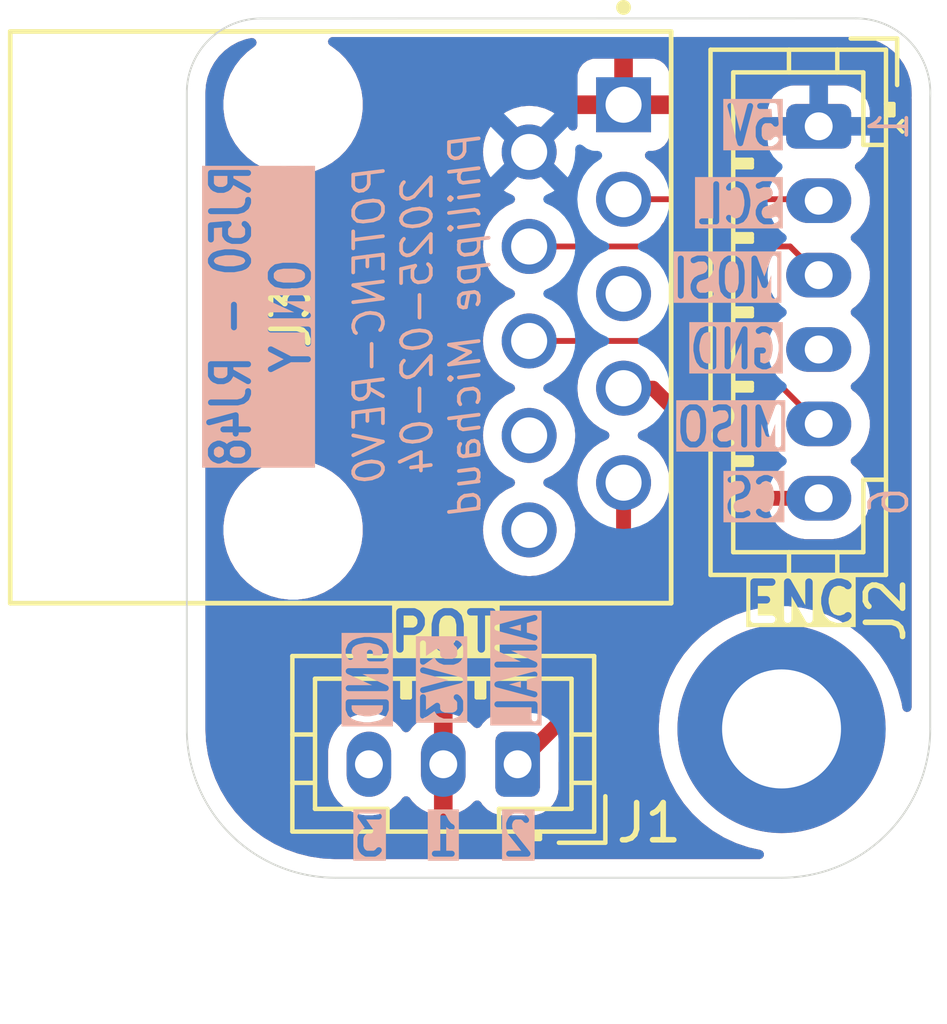
<source format=kicad_pcb>
(kicad_pcb (version 20240108) (generator "pcbnew") (generator_version "8.0")
  (layers (0 "F.Cu" signal) (1 "In1.Cu" signal) (2 "In2.Cu" signal) (31 "B.Cu" signal) (34 "B.Paste" user) (35 "F.Paste" user) (36 "B.SilkS" user "B.Silkscreen") (37 "F.SilkS" user "F.Silkscreen") (38 "B.Mask" user) (39 "F.Mask" user) (44 "Edge.Cuts" user))
  (net 0 "")
  (net 1 "/board/POT_ANAL")
  (net 2 "+3.3V")
  (net 3 "GND")
  (net 4 "+5V")
  (net 5 "/board/CUI_MOSI")
  (net 6 "/board/CUI_SCLK")
  (net 7 "/board/CUI_CS")
  (net 8 "/board/CUI_MISO")
  (footprint "RoverFootprint:RJ50-SS-641010-A-NF-A111" (layer "F.Cu") (at 43.531 40.745 -90)
    (property "Reference" "J3" (at -0.035 0.06 90) (layer "F.SilkS"))
    (property "Value" "RJ50-SS-641010-A-NF-A111")
    (fp_line (start -7.685 7.61) (end 7.685 7.61) (stroke (width 0.127)) (layer "F.SilkS"))
    (fp_line (start 7.685 7.61) (end 7.685 -10.17) (stroke (width 0.127)) (layer "F.SilkS"))
    (fp_line (start -7.685 -10.17) (end -7.685 7.61) (stroke (width 0.127)) (layer "F.SilkS"))
    (fp_line (start 7.685 -10.17) (end -7.685 -10.17) (stroke (width 0.127)) (layer "F.SilkS"))
    (fp_circle (center -8.331 -8.89) (end -8.231 -8.89) (stroke (width 0.2)) (fill none) (layer "F.SilkS"))
    (pad "" np_thru_hole circle (at -5.715 0 270) (size 3.25 3.25) (drill 3.25) (layers "*.Cu" "*.Mask"))
    (pad "" np_thru_hole circle (at 5.715 0 270) (size 3.25 3.25) (drill 3.25) (layers "*.Cu" "*.Mask"))
    (pad "1" thru_hole rect (at -5.715 -8.89 270) (size 1.478 1.478) (drill 0.97) (layers "*.Cu" "*.Mask") (net 2 "+3.3V"))
    (pad "2" thru_hole circle (at -4.445 -6.35 270) (size 1.478 1.478) (drill 0.97) (layers "*.Cu" "*.Mask") (net 4 "+5V"))
    (pad "3" thru_hole circle (at -3.175 -8.89 270) (size 1.478 1.478) (drill 0.97) (layers "*.Cu" "*.Mask") (net 6 "/board/CUI_SCLK"))
    (pad "4" thru_hole circle (at -1.905 -6.35 270) (size 1.478 1.478) (drill 0.97) (layers "*.Cu" "*.Mask") (net 5 "/board/CUI_MOSI"))
    (pad "5" thru_hole circle (at -0.635 -8.89 270) (size 1.478 1.478) (drill 0.97) (layers "*.Cu" "*.Mask") (net 3 "GND"))
    (pad "6" thru_hole circle (at 0.635 -6.35 270) (size 1.478 1.478) (drill 0.97) (layers "*.Cu" "*.Mask") (net 8 "/board/CUI_MISO"))
    (pad "7" thru_hole circle (at 1.905 -8.89 270) (size 1.478 1.478) (drill 0.97) (layers "*.Cu" "*.Mask") (net 7 "/board/CUI_CS"))
    (pad "8" thru_hole circle (at 3.175 -6.35 270) (size 1.478 1.478) (drill 0.97) (layers "*.Cu" "*.Mask"))
    (pad "9" thru_hole circle (at 4.445 -8.89 270) (size 1.478 1.478) (drill 0.97) (layers "*.Cu" "*.Mask") (net 1 "/board/POT_ANAL"))
    (pad "10" thru_hole circle (at 5.715 -6.35 270) (size 1.478 1.478) (drill 0.97) (layers "*.Cu" "*.Mask") (net 3 "GND"))
  )
  (footprint "Connector_JST:JST_PH_B3B-PH-K_1x03_P2.00mm_Vertical" (layer "F.Cu") (at 49.571 52.76 180)
    (property "Reference" "J1" (at -3.535 -1.575 0) (layer "F.SilkS"))
    (property "Value" "POT" (hide yes))
    (fp_line (start 6.06 2.91) (end 6.06 -1.81) (stroke (width 0.12)) (layer "F.SilkS"))
    (fp_line (start 6.06 0.8) (end 5.45 0.8) (stroke (width 0.12)) (layer "F.SilkS"))
    (fp_line (start 6.06 -0.5) (end 5.45 -0.5) (stroke (width 0.12)) (layer "F.SilkS"))
    (fp_line (start 6.06 -1.81) (end -2.06 -1.81) (stroke (width 0.12)) (layer "F.SilkS"))
    (fp_line (start 5.45 2.3) (end 5.45 -1.2) (stroke (width 0.12)) (layer "F.SilkS"))
    (fp_line (start 5.45 -1.2) (end 3.5 -1.2) (stroke (width 0.12)) (layer "F.SilkS"))
    (fp_line (start 3.5 -1.2) (end 3.5 -1.81) (stroke (width 0.12)) (layer "F.SilkS"))
    (fp_line (start 3.1 1.8) (end 3.1 2.3) (stroke (width 0.12)) (layer "F.SilkS"))
    (fp_line (start 3 2.3) (end 3 1.8) (stroke (width 0.12)) (layer "F.SilkS"))
    (fp_line (start 2.9 2.3) (end 2.9 1.8) (stroke (width 0.12)) (layer "F.SilkS"))
    (fp_line (start 2.9 1.8) (end 3.1 1.8) (stroke (width 0.12)) (layer "F.SilkS"))
    (fp_line (start 1.1 1.8) (end 1.1 2.3) (stroke (width 0.12)) (layer "F.SilkS"))
    (fp_line (start 1 2.3) (end 1 1.8) (stroke (width 0.12)) (layer "F.SilkS"))
    (fp_line (start 0.9 2.3) (end 0.9 1.8) (stroke (width 0.12)) (layer "F.SilkS"))
    (fp_line (start 0.9 1.8) (end 1.1 1.8) (stroke (width 0.12)) (layer "F.SilkS"))
    (fp_line (start 0.5 -1.2) (end -1.45 -1.2) (stroke (width 0.12)) (layer "F.SilkS"))
    (fp_line (start 0.5 -1.81) (end 0.5 -1.2) (stroke (width 0.12)) (layer "F.SilkS"))
    (fp_line (start -0.3 -1.81) (end -0.3 -2.01) (stroke (width 0.12)) (layer "F.SilkS"))
    (fp_line (start -0.3 -1.91) (end -0.6 -1.91) (stroke (width 0.12)) (layer "F.SilkS"))
    (fp_line (start -0.3 -2.01) (end -0.6 -2.01) (stroke (width 0.12)) (layer "F.SilkS"))
    (fp_line (start -0.6 -2.01) (end -0.6 -1.81) (stroke (width 0.12)) (layer "F.SilkS"))
    (fp_line (start -1.11 -2.11) (end -2.36 -2.11) (stroke (width 0.12)) (layer "F.SilkS"))
    (fp_line (start -1.45 2.3) (end 5.45 2.3) (stroke (width 0.12)) (layer "F.SilkS"))
    (fp_line (start -1.45 -1.2) (end -1.45 2.3) (stroke (width 0.12)) (layer "F.SilkS"))
    (fp_line (start -2.06 2.91) (end 6.06 2.91) (stroke (width 0.12)) (layer "F.SilkS"))
    (fp_line (start -2.06 0.8) (end -1.45 0.8) (stroke (width 0.12)) (layer "F.SilkS"))
    (fp_line (start -2.06 -0.5) (end -1.45 -0.5) (stroke (width 0.12)) (layer "F.SilkS"))
    (fp_line (start -2.06 -1.81) (end -2.06 2.91) (stroke (width 0.12)) (layer "F.SilkS"))
    (fp_line (start -2.36 -2.11) (end -2.36 -0.86) (stroke (width 0.12)) (layer "F.SilkS"))
    (pad "1" thru_hole roundrect (at 0 0 180) (size 1.2 1.75) (drill 0.75) (layers "*.Cu" "*.Mask") (roundrect_rratio 0.208333) (net 1 "/board/POT_ANAL"))
    (pad "2" thru_hole oval (at 2 0 180) (size 1.2 1.75) (drill 0.75) (layers "*.Cu" "*.Mask") (net 2 "+3.3V"))
    (pad "3" thru_hole oval (at 4 0 180) (size 1.2 1.75) (drill 0.75) (layers "*.Cu" "*.Mask") (net 3 "GND"))
  )
  (footprint "Connector_JST:JST_PH_B6B-PH-K_1x06_P2.00mm_Vertical" (layer "F.Cu") (at 57.671 35.61 -90)
    (property "Reference" "J2" (at 13 -1.8 90) (layer "F.SilkS"))
    (property "Value" "Conn_01x06_Socket")
    (fp_line (start -2.06 2.91) (end 12.06 2.91) (stroke (width 0.12)) (layer "F.SilkS"))
    (fp_line (start 12.06 2.91) (end 12.06 -1.81) (stroke (width 0.12)) (layer "F.SilkS"))
    (fp_line (start -1.45 2.3) (end 11.45 2.3) (stroke (width 0.12)) (layer "F.SilkS"))
    (fp_line (start 0.9 2.3) (end 0.9 1.8) (stroke (width 0.12)) (layer "F.SilkS"))
    (fp_line (start 1 2.3) (end 1 1.8) (stroke (width 0.12)) (layer "F.SilkS"))
    (fp_line (start 2.9 2.3) (end 2.9 1.8) (stroke (width 0.12)) (layer "F.SilkS"))
    (fp_line (start 3 2.3) (end 3 1.8) (stroke (width 0.12)) (layer "F.SilkS"))
    (fp_line (start 4.9 2.3) (end 4.9 1.8) (stroke (width 0.12)) (layer "F.SilkS"))
    (fp_line (start 5 2.3) (end 5 1.8) (stroke (width 0.12)) (layer "F.SilkS"))
    (fp_line (start 6.9 2.3) (end 6.9 1.8) (stroke (width 0.12)) (layer "F.SilkS"))
    (fp_line (start 7 2.3) (end 7 1.8) (stroke (width 0.12)) (layer "F.SilkS"))
    (fp_line (start 8.9 2.3) (end 8.9 1.8) (stroke (width 0.12)) (layer "F.SilkS"))
    (fp_line (start 9 2.3) (end 9 1.8) (stroke (width 0.12)) (layer "F.SilkS"))
    (fp_line (start 11.45 2.3) (end 11.45 -1.2) (stroke (width 0.12)) (layer "F.SilkS"))
    (fp_line (start 0.9 1.8) (end 1.1 1.8) (stroke (width 0.12)) (layer "F.SilkS"))
    (fp_line (start 1.1 1.8) (end 1.1 2.3) (stroke (width 0.12)) (layer "F.SilkS"))
    (fp_line (start 2.9 1.8) (end 3.1 1.8) (stroke (width 0.12)) (layer "F.SilkS"))
    (fp_line (start 3.1 1.8) (end 3.1 2.3) (stroke (width 0.12)) (layer "F.SilkS"))
    (fp_line (start 4.9 1.8) (end 5.1 1.8) (stroke (width 0.12)) (layer "F.SilkS"))
    (fp_line (start 5.1 1.8) (end 5.1 2.3) (stroke (width 0.12)) (layer "F.SilkS"))
    (fp_line (start 6.9 1.8) (end 7.1 1.8) (stroke (width 0.12)) (layer "F.SilkS"))
    (fp_line (start 7.1 1.8) (end 7.1 2.3) (stroke (width 0.12)) (layer "F.SilkS"))
    (fp_line (start 8.9 1.8) (end 9.1 1.8) (stroke (width 0.12)) (layer "F.SilkS"))
    (fp_line (start 9.1 1.8) (end 9.1 2.3) (stroke (width 0.12)) (layer "F.SilkS"))
    (fp_line (start -2.06 0.8) (end -1.45 0.8) (stroke (width 0.12)) (layer "F.SilkS"))
    (fp_line (start 12.06 0.8) (end 11.45 0.8) (stroke (width 0.12)) (layer "F.SilkS"))
    (fp_line (start -2.06 -0.5) (end -1.45 -0.5) (stroke (width 0.12)) (layer "F.SilkS"))
    (fp_line (start 12.06 -0.5) (end 11.45 -0.5) (stroke (width 0.12)) (layer "F.SilkS"))
    (fp_line (start -1.45 -1.2) (end -1.45 2.3) (stroke (width 0.12)) (layer "F.SilkS"))
    (fp_line (start 0.5 -1.2) (end -1.45 -1.2) (stroke (width 0.12)) (layer "F.SilkS"))
    (fp_line (start 9.5 -1.2) (end 9.5 -1.81) (stroke (width 0.12)) (layer "F.SilkS"))
    (fp_line (start 11.45 -1.2) (end 9.5 -1.2) (stroke (width 0.12)) (layer "F.SilkS"))
    (fp_line (start -2.06 -1.81) (end -2.06 2.91) (stroke (width 0.12)) (layer "F.SilkS"))
    (fp_line (start -0.3 -1.81) (end -0.3 -2.01) (stroke (width 0.12)) (layer "F.SilkS"))
    (fp_line (start 0.5 -1.81) (end 0.5 -1.2) (stroke (width 0.12)) (layer "F.SilkS"))
    (fp_line (start 12.06 -1.81) (end -2.06 -1.81) (stroke (width 0.12)) (layer "F.SilkS"))
    (fp_line (start -0.3 -1.91) (end -0.6 -1.91) (stroke (width 0.12)) (layer "F.SilkS"))
    (fp_line (start -0.6 -2.01) (end -0.6 -1.81) (stroke (width 0.12)) (layer "F.SilkS"))
    (fp_line (start -0.3 -2.01) (end -0.6 -2.01) (stroke (width 0.12)) (layer "F.SilkS"))
    (fp_line (start -2.36 -2.11) (end -2.36 -0.86) (stroke (width 0.12)) (layer "F.SilkS"))
    (fp_line (start -1.11 -2.11) (end -2.36 -2.11) (stroke (width 0.12)) (layer "F.SilkS"))
    (pad "1" thru_hole roundrect (at 0 0 270) (size 1.2 1.75) (drill 0.75) (layers "*.Cu" "*.Mask") (roundrect_rratio 0.208333) (net 4 "+5V"))
    (pad "2" thru_hole oval (at 2 0 270) (size 1.2 1.75) (drill 0.75) (layers "*.Cu" "*.Mask") (net 6 "/board/CUI_SCLK"))
    (pad "3" thru_hole oval (at 4 0 270) (size 1.2 1.75) (drill 0.75) (layers "*.Cu" "*.Mask") (net 5 "/board/CUI_MOSI"))
    (pad "4" thru_hole oval (at 6 0 270) (size 1.2 1.75) (drill 0.75) (layers "*.Cu" "*.Mask") (net 3 "GND"))
    (pad "5" thru_hole oval (at 8 0 270) (size 1.2 1.75) (drill 0.75) (layers "*.Cu" "*.Mask") (net 8 "/board/CUI_MISO"))
    (pad "6" thru_hole oval (at 10 0 270) (size 1.2 1.75) (drill 0.75) (layers "*.Cu" "*.Mask") (net 7 "/board/CUI_CS"))
  )
  (footprint "MountingHole:MountingHole_3.2mm_M3_DIN965_Pad_TopBottom" (layer "F.Cu") (at 56.671 51.81)
    (property "Reference" "H1" (hide yes))
    (property "Value" "~")
    (pad "1" thru_hole circle (at 0 0) (size 3.6 3.6) (drill 3.2) (layers "*.Cu" "*.Mask") (net 3 "GND"))
    (pad "1" connect circle (at 0 0) (size 5.6 5.6) (layers "F.Cu" "F.Mask") (net 3 "GND"))
    (pad "1" connect circle (at 0 0) (size 5.6 5.6) (layers "B.Cu" "B.Mask") (net 3 "GND"))
  )
  (gr_line (start 58.671 32.707502) (end 42.671 32.71) (stroke (width 0.05)) (layer "Edge.Cuts"))
  (gr_arc (start 58.671 32.707502) (mid 60.121905 33.329828) (end 60.671 34.81) (stroke (width 0.05)) (layer "Edge.Cuts"))
  (gr_line (start 44.671 55.81) (end 56.671 55.81) (stroke (width 0.05)) (layer "Edge.Cuts"))
  (gr_line (start 60.671 51.81) (end 60.671 34.81) (stroke (width 0.05)) (layer "Edge.Cuts"))
  (gr_arc (start 44.671 55.81) (mid 41.842573 54.638427) (end 40.671 51.81) (stroke (width 0.05)) (layer "Edge.Cuts"))
  (gr_arc (start 60.671 51.81) (mid 59.499427 54.638427) (end 56.671 55.81) (stroke (width 0.05)) (layer "Edge.Cuts"))
  (gr_arc (start 40.671 34.71) (mid 41.256786 33.295786) (end 42.671 32.71) (stroke (width 0.05)) (layer "Edge.Cuts"))
  (gr_line (start 40.671 34.71) (end 40.671 51.81) (stroke (width 0.05)) (layer "Edge.Cuts"))
  (gr_text "1" (at 47.571 54.71 -0) (layer "B.SilkS" knockout) (effects (font (size 1 0.8) (thickness 0.16) (bold yes)) (justify mirror)))
  (gr_text "MOSI" (at 56.771 39.71 0) (layer "B.SilkS" knockout) (effects (font (size 1 0.8) (thickness 0.16) (bold yes)) (justify left mirror)))
  (gr_text "CS" (at 56.813941 45.61 0) (layer "B.SilkS" knockout) (effects (font (size 1 0.8) (thickness 0.16) (bold yes)) (justify left mirror)))
  (gr_text "GND" (at 56.771 41.61 0) (layer "B.SilkS" knockout) (effects (font (size 1 0.8) (thickness 0.16) (bold yes)) (justify left mirror)))
  (gr_text "5V" (at 56.771 35.61 0) (layer "B.SilkS" knockout) (effects (font (size 1 0.8) (thickness 0.16) (bold yes)) (justify left mirror)))
  (gr_text "6" (at 59.571 45.71 90) (layer "B.SilkS") (effects (font (size 1 0.8) (thickness 0.1)) (justify mirror)))
  (gr_text "ANAL" (at 49.571 51.71 90) (layer "B.SilkS" knockout) (effects (font (size 1 0.8) (thickness 0.16) (bold yes)) (justify right mirror)))
  (gr_text "3V3" (at 47.571 51.71 90) (layer "B.SilkS" knockout) (effects (font (size 1 0.8) (thickness 0.16) (bold yes)) (justify right mirror)))
  (gr_text "2" (at 49.571 54.71 -0) (layer "B.SilkS" knockout) (effects (font (size 1 0.8) (thickness 0.16) (bold yes)) (justify mirror)))
  (gr_text "GND" (at 45.571 51.81 90) (layer "B.SilkS" knockout) (effects (font (size 1 0.8) (thickness 0.16) (bold yes)) (justify right mirror)))
  (gr_text "POTENC-REV0\n2025-02-04\nPhilippe Michaud" (at 46.871 40.91 90) (layer "B.SilkS") (effects (font (size 0.8 0.8) (thickness 0.1) (italic yes)) (justify mirror)))
  (gr_text "1" (at 59.571 35.61 90) (layer "B.SilkS") (effects (font (size 1 0.8) (thickness 0.1)) (justify mirror)))
  (gr_text "RJ50 - RJ48\nONLY" (at 42.671 40.71 90) (layer "B.SilkS" knockout) (effects (font (size 1 0.8) (thickness 0.16) (bold yes)) (justify mirror)))
  (gr_text "SCL" (at 56.771 37.71 0) (layer "B.SilkS" knockout) (effects (font (size 1 0.8) (thickness 0.16) (bold yes)) (justify left mirror)))
  (gr_text "MISO" (at 53.771 43.71 0) (layer "B.SilkS" knockout) (effects (font (size 1 0.8) (thickness 0.16) (bold yes)) (justify right mirror)))
  (gr_text "3" (at 45.571 54.71 -0) (layer "B.SilkS" knockout) (effects (font (size 1 0.8) (thickness 0.16) (bold yes)) (justify mirror)))
  (gr_text "^" (at 60.371 35.61 90) (layer "F.SilkS") (effects (font (size 1 0.8) (thickness 0.1))))
  (gr_text "ENC" (at 57.171 48.41 0) (layer "F.SilkS" knockout) (effects (font (size 1 1) (thickness 0.2) (bold yes))))
  (gr_text "POT" (at 47.571 49.21 0) (layer "F.SilkS" knockout) (effects (font (size 1 1) (thickness 0.2) (bold yes))))
  (segment (start 52.421 45.19) (end 52.421 49.91) (width 0.4) (layer "F.Cu") (net 1))
  (segment (start 52.421 49.91) (end 49.571 52.76) (width 0.4) (layer "F.Cu") (net 1))
  (segment (start 54.432799 38.84) (end 55.237661 38.84) (width 0.1565) (layer "F.Cu") (net 5))
  (segment (start 49.881 38.84) (end 53.232799 38.84) (width 0.1565) (layer "F.Cu") (net 5))
  (segment (start 56.901 38.84) (end 57.671 39.61) (width 0.1565) (layer "F.Cu") (net 5))
  (segment (start 55.237661 38.84) (end 56.901 38.84) (width 0.1565) (layer "F.Cu") (net 5))
  (segment (start 53.712799 38.188452) (end 53.832799 38.188452) (width 0.1565) (layer "F.Cu") (net 5))
  (segment (start 53.472799 38.6) (end 53.472799 38.428452) (width 0.1565) (layer "F.Cu") (net 5))
  (segment (start 54.072799 38.428452) (end 54.072799 38.6) (width 0.1565) (layer "F.Cu") (net 5))
  (segment (start 54.312799 38.84) (end 54.432799 38.84) (width 0.1565) (layer "F.Cu") (net 5))
  (arc (start 53.232799 38.84) (mid 53.402505 38.769706) (end 53.472799 38.6) (width 0.1565) (layer "F.Cu") (net 5))
  (arc (start 53.472799 38.428452) (mid 53.543093 38.258746) (end 53.712799 38.188452) (width 0.1565) (layer "F.Cu") (net 5))
  (arc (start 54.072799 38.6) (mid 54.143093 38.769706) (end 54.312799 38.84) (width 0.1565) (layer "F.Cu") (net 5))
  (arc (start 53.832799 38.188452) (mid 54.002505 38.258746) (end 54.072799 38.428452) (width 0.1565) (layer "F.Cu") (net 5))
  (segment (start 55.290908 37.33) (end 55.290908 37.014457) (width 0.1565) (layer "F.Cu") (net 6))
  (segment (start 55.290908 37.57) (end 55.290908 37.33) (width 0.1565) (layer "F.Cu") (net 6))
  (segment (start 56.806116 37.57) (end 57.631 37.57) (width 0.1565) (layer "F.Cu") (net 6))
  (segment (start 54.690908 37.57) (end 54.690908 38.025539) (width 0.1565) (layer "F.Cu") (net 6))
  (segment (start 54.690908 37.014457) (end 54.690908 37.33) (width 0.1565) (layer "F.Cu") (net 6))
  (segment (start 56.130908 37.57) (end 56.250908 37.57) (width 0.1565) (layer "F.Cu") (net 6))
  (segment (start 52.421 37.57) (end 53.850908 37.57) (width 0.1565) (layer "F.Cu") (net 6))
  (segment (start 56.250908 37.57) (end 56.806116 37.57) (width 0.1565) (layer "F.Cu") (net 6))
  (segment (start 54.930908 38.265539) (end 55.050908 38.265539) (width 0.1565) (layer "F.Cu") (net 6))
  (segment (start 55.290908 38.025539) (end 55.290908 37.57) (width 0.1565) (layer "F.Cu") (net 6))
  (segment (start 55.530908 36.774457) (end 55.650908 36.774457) (width 0.1565) (layer "F.Cu") (net 6))
  (segment (start 57.631 37.57) (end 57.671 37.61) (width 0.1565) (layer "F.Cu") (net 6))
  (segment (start 54.690908 37.33) (end 54.690908 37.57) (width 0.1565) (layer "F.Cu") (net 6))
  (segment (start 54.330908 36.774457) (end 54.450908 36.774457) (width 0.1565) (layer "F.Cu") (net 6))
  (segment (start 55.890908 37.014457) (end 55.890908 37.33) (width 0.1565) (layer "F.Cu") (net 6))
  (segment (start 54.090908 37.33) (end 54.090908 37.014457) (width 0.1565) (layer "F.Cu") (net 6))
  (arc (start 54.690908 38.025539) (mid 54.761202 38.195245) (end 54.930908 38.265539) (width 0.1565) (layer "F.Cu") (net 6))
  (arc (start 54.090908 37.014457) (mid 54.161202 36.844751) (end 54.330908 36.774457) (width 0.1565) (layer "F.Cu") (net 6))
  (arc (start 55.890908 37.33) (mid 55.961202 37.499706) (end 56.130908 37.57) (width 0.1565) (layer "F.Cu") (net 6))
  (arc (start 55.650908 36.774457) (mid 55.820614 36.844751) (end 55.890908 37.014457) (width 0.1565) (layer "F.Cu") (net 6))
  (arc (start 53.850908 37.57) (mid 54.020614 37.499706) (end 54.090908 37.33) (width 0.1565) (layer "F.Cu") (net 6))
  (arc (start 55.050908 38.265539) (mid 55.220614 38.195245) (end 55.290908 38.025539) (width 0.1565) (layer "F.Cu") (net 6))
  (arc (start 54.450908 36.774457) (mid 54.620614 36.844751) (end 54.690908 37.014457) (width 0.1565) (layer "F.Cu") (net 6))
  (arc (start 55.290908 37.014457) (mid 55.361202 36.844751) (end 55.530908 36.774457) (width 0.1565) (layer "F.Cu") (net 6))
  (segment (start 56.171 45.61) (end 57.671 45.61) (width 0.4) (layer "F.Cu") (net 7))
  (segment (start 52.421 42.65) (end 53.211 42.65) (width 0.4) (layer "F.Cu") (net 7))
  (segment (start 53.211 42.65) (end 56.171 45.61) (width 0.4) (layer "F.Cu") (net 7))
  (segment (start 55.086499 41.38) (end 55.441 41.38) (width 0.1565) (layer "F.Cu") (net 8))
  (segment (start 54.737279 41.38) (end 55.086499 41.38) (width 0.1565) (layer "F.Cu") (net 8))
  (segment (start 49.881 41.38) (end 53.886499 41.38) (width 0.1565) (layer "F.Cu") (net 8))
  (segment (start 55.441 41.38) (end 55.541374 41.480374) (width 0.1565) (layer "F.Cu") (net 8))
  (segment (start 55.541374 41.480374) (end 57.671 43.61) (width 0.1565) (layer "F.Cu") (net 8))
  (segment (start 54.137279 41.12922) (end 54.486499 41.12922) (width 0.1565) (layer "F.Cu") (net 8))
  (arc (start 54.611889 41.25461) (mid 54.648615 41.343274) (end 54.737279 41.38) (width 0.1565) (layer "F.Cu") (net 8))
  (arc (start 54.011889 41.25461) (mid 54.048615 41.165946) (end 54.137279 41.12922) (width 0.1565) (layer "F.Cu") (net 8))
  (arc (start 54.486499 41.12922) (mid 54.575163 41.165946) (end 54.611889 41.25461) (width 0.1565) (layer "F.Cu") (net 8))
  (arc (start 53.886499 41.38) (mid 53.975163 41.343274) (end 54.011889 41.25461) (width 0.1565) (layer "F.Cu") (net 8))
  (zone (net 2) (net_name "+3.3V") (layer "F.Cu") (connect_pads (clearance 0.5)) (min_thickness 0.25) (fill yes (thermal_gap 0.5) (thermal_bridge_width 0.5))
    (polygon (pts (xy 60.671 32.71) (xy 60.671 55.81) (xy 40.671 55.81) (xy 40.671 32.71)))
  )
  (zone (net 4) (net_name "+5V") (layer "B.Cu") (connect_pads (clearance 0.5)) (min_thickness 0.25) (fill yes (thermal_gap 0.5) (thermal_bridge_width 0.5))
    (polygon (pts (xy 60.671 32.71) (xy 60.671 55.81) (xy 40.671 55.81) (xy 40.671 32.71)))
  )
)
</source>
